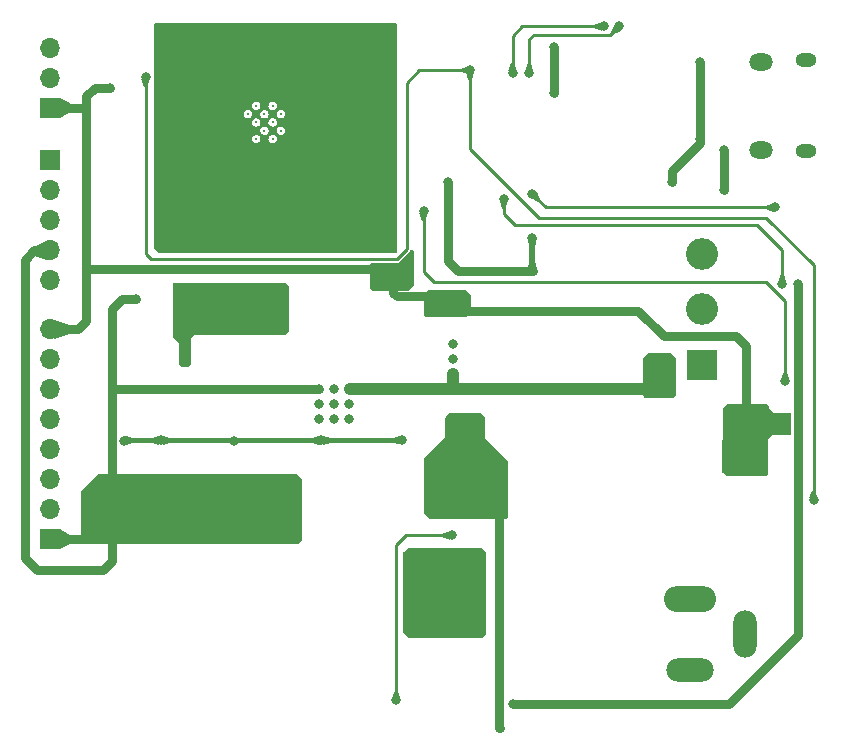
<source format=gbr>
%TF.GenerationSoftware,KiCad,Pcbnew,7.0.5*%
%TF.CreationDate,2023-07-07T19:33:34+07:00*%
%TF.ProjectId,19-6-2023_WeatherStation_QuocThang_V1,31392d36-2d32-4303-9233-5f5765617468,rev?*%
%TF.SameCoordinates,Original*%
%TF.FileFunction,Copper,L2,Bot*%
%TF.FilePolarity,Positive*%
%FSLAX46Y46*%
G04 Gerber Fmt 4.6, Leading zero omitted, Abs format (unit mm)*
G04 Created by KiCad (PCBNEW 7.0.5) date 2023-07-07 19:33:34*
%MOMM*%
%LPD*%
G01*
G04 APERTURE LIST*
%TA.AperFunction,ComponentPad*%
%ADD10R,1.700000X1.700000*%
%TD*%
%TA.AperFunction,ComponentPad*%
%ADD11O,1.700000X1.700000*%
%TD*%
%TA.AperFunction,ComponentPad*%
%ADD12R,2.500000X2.500000*%
%TD*%
%TA.AperFunction,ComponentPad*%
%ADD13O,2.700000X2.700000*%
%TD*%
%TA.AperFunction,ComponentPad*%
%ADD14C,0.300000*%
%TD*%
%TA.AperFunction,ComponentPad*%
%ADD15O,1.800000X1.150000*%
%TD*%
%TA.AperFunction,ComponentPad*%
%ADD16O,2.000000X1.450000*%
%TD*%
%TA.AperFunction,ComponentPad*%
%ADD17O,4.400000X2.200000*%
%TD*%
%TA.AperFunction,ComponentPad*%
%ADD18O,4.000000X2.000000*%
%TD*%
%TA.AperFunction,ComponentPad*%
%ADD19O,2.000000X4.000000*%
%TD*%
%TA.AperFunction,ViaPad*%
%ADD20C,0.800000*%
%TD*%
%TA.AperFunction,ViaPad*%
%ADD21C,0.400000*%
%TD*%
%TA.AperFunction,Conductor*%
%ADD22C,0.762000*%
%TD*%
%TA.AperFunction,Conductor*%
%ADD23C,0.381000*%
%TD*%
%TA.AperFunction,Conductor*%
%ADD24C,0.508000*%
%TD*%
%TA.AperFunction,Conductor*%
%ADD25C,0.254000*%
%TD*%
%TA.AperFunction,Conductor*%
%ADD26C,1.016000*%
%TD*%
G04 APERTURE END LIST*
D10*
%TO.P,J4,1,Pin_1*%
%TO.N,+5V*%
X113540000Y-90140000D03*
D11*
%TO.P,J4,2,Pin_2*%
%TO.N,GND*%
X113540000Y-87600000D03*
%TO.P,J4,3,Pin_3*%
%TO.N,SPI_RESET*%
X113540000Y-85060000D03*
%TO.P,J4,4,Pin_4*%
%TO.N,SPI_CS0*%
X113540000Y-82520000D03*
%TO.P,J4,5,Pin_5*%
%TO.N,SPI_MOSI*%
X113540000Y-79980000D03*
%TO.P,J4,6,Pin_6*%
%TO.N,SPI_RS*%
X113540000Y-77440000D03*
%TO.P,J4,7,Pin_7*%
%TO.N,SPI_SCLK*%
X113540000Y-74900000D03*
%TO.P,J4,8,Pin_8*%
%TO.N,+3.3V*%
X113540000Y-72360000D03*
%TD*%
D10*
%TO.P,J5,1,Pin_1*%
%TO.N,Phase A*%
X113550000Y-58050000D03*
D11*
%TO.P,J5,2,Pin_2*%
%TO.N,Phase B*%
X113550000Y-60590000D03*
%TO.P,J5,3,Pin_3*%
%TO.N,SW*%
X113550000Y-63130000D03*
%TO.P,J5,4,Pin_4*%
%TO.N,+5V*%
X113550000Y-65670000D03*
%TO.P,J5,5,Pin_5*%
%TO.N,GND*%
X113550000Y-68210000D03*
%TD*%
D12*
%TO.P,SW4,1,LEFT*%
%TO.N,+5V*%
X168710000Y-75355000D03*
D13*
%TO.P,SW4,2,MID*%
%TO.N,Net-(SW4-MID)*%
X168710000Y-70655000D03*
%TO.P,SW4,3,RIGHT*%
%TO.N,V_USB*%
X168710000Y-65955000D03*
%TD*%
D14*
%TO.P,U4,39_10*%
%TO.N,N/C*%
X130970000Y-53440000D03*
%TO.P,U4,39_11*%
X132370000Y-53440000D03*
%TO.P,U4,39_12*%
X130270000Y-54140000D03*
%TO.P,U4,39_13*%
X131670000Y-54140000D03*
%TO.P,U4,39_14*%
X133070000Y-54140000D03*
%TO.P,U4,39_15*%
X130970000Y-54840000D03*
%TO.P,U4,39_16*%
X132370000Y-54840000D03*
%TO.P,U4,39_17*%
X130270000Y-55540000D03*
%TO.P,U4,39_18*%
X131670000Y-55540000D03*
%TO.P,U4,39_19*%
X133070000Y-55540000D03*
%TO.P,U4,39_20*%
X130970000Y-56240000D03*
%TO.P,U4,39_21*%
X132370000Y-56240000D03*
%TD*%
D15*
%TO.P,J2,6,Shield*%
%TO.N,GND*%
X177500000Y-57290000D03*
D16*
X173700000Y-57140000D03*
X173700000Y-49690000D03*
D15*
X177500000Y-49540000D03*
%TD*%
D10*
%TO.P,J6,1,Pin_1*%
%TO.N,+3.3V*%
X113520000Y-53595000D03*
D11*
%TO.P,J6,2,Pin_2*%
%TO.N,ONE WIRE*%
X113520000Y-51055000D03*
%TO.P,J6,3,Pin_3*%
%TO.N,GND*%
X113520000Y-48515000D03*
%TD*%
D17*
%TO.P,J1,1*%
%TO.N,Net-(F1-Pad1)*%
X167700000Y-95162500D03*
D18*
%TO.P,J1,2*%
%TO.N,GND*%
X167700000Y-101162500D03*
D19*
%TO.P,J1,3*%
X172400000Y-98162500D03*
%TD*%
D20*
%TO.N,V_USB*%
X170550000Y-60525700D03*
X170550000Y-57155000D03*
%TO.N,GND*%
X147250000Y-59858000D03*
X149030000Y-83735000D03*
X128654000Y-72190000D03*
X151560000Y-87895000D03*
D21*
X147166000Y-95399000D03*
D20*
X122920000Y-81765000D03*
D21*
X145642000Y-94383000D03*
D20*
X136500000Y-81765000D03*
D21*
X148182000Y-95399000D03*
D20*
X129100000Y-81785000D03*
X149040000Y-79935000D03*
X151560000Y-85355000D03*
X119750700Y-81775000D03*
D21*
X146150000Y-95399000D03*
D20*
X168560000Y-56285000D03*
X150290000Y-87895000D03*
X174940000Y-62025000D03*
X154370000Y-64635000D03*
X154370000Y-60885000D03*
D21*
X148182000Y-93875000D03*
X147674000Y-93875000D03*
D20*
X149040000Y-82475000D03*
X127130000Y-68888000D03*
X126368000Y-70666000D03*
D21*
X145642000Y-94891000D03*
D20*
X168585300Y-49690000D03*
X143335000Y-81735000D03*
D21*
X148182000Y-94891000D03*
D20*
X129670000Y-72190000D03*
D21*
X146658000Y-94383000D03*
D20*
X122750000Y-64700000D03*
X149040000Y-81205000D03*
D21*
X147166000Y-94891000D03*
X145642000Y-93870000D03*
D20*
X147770000Y-83745000D03*
X149020000Y-86612500D03*
D21*
X145642000Y-95399000D03*
X148182000Y-94383000D03*
X147674000Y-94383000D03*
D20*
X149020000Y-87895000D03*
X147770000Y-82475000D03*
X151580000Y-106145000D03*
D21*
X147166000Y-94383000D03*
D20*
X122750000Y-47100000D03*
D21*
X146658000Y-95399000D03*
D20*
X151560000Y-86625000D03*
X166150000Y-59905000D03*
X150290000Y-86625000D03*
D21*
X146150000Y-94383000D03*
D20*
X150290000Y-85355000D03*
X147750000Y-86625000D03*
X127329024Y-69849024D03*
X146500000Y-83745000D03*
X154400000Y-67384200D03*
X129680000Y-71174000D03*
D21*
X147166000Y-93875000D03*
X147674000Y-95399000D03*
X146658000Y-93875000D03*
D20*
X126368000Y-69650000D03*
D21*
X146150000Y-94891000D03*
D20*
X147750000Y-87895000D03*
D21*
X146150000Y-93875000D03*
X147674000Y-94891000D03*
X146658000Y-94891000D03*
D20*
X128091024Y-69087024D03*
%TO.N,FLASH*%
X175510000Y-68495000D03*
X151950000Y-61350000D03*
%TO.N,EN*%
X121610000Y-51025000D03*
X178170000Y-86815000D03*
X149080000Y-50415000D03*
%TO.N,BUTTON CHECK*%
X145170000Y-62365000D03*
X175760000Y-76735000D03*
%TO.N,+3.3V*%
X141310000Y-68495000D03*
X118600000Y-51950000D03*
X173750000Y-82925000D03*
X148460000Y-70785000D03*
X147190000Y-70785000D03*
X173750000Y-84195000D03*
X172480000Y-81655000D03*
X172480000Y-84195000D03*
X173740000Y-80380000D03*
X142580000Y-67225000D03*
X145920000Y-70785000D03*
X171210000Y-82925000D03*
X145920000Y-69515000D03*
X171210000Y-79115000D03*
X148450000Y-69515000D03*
X172480000Y-80385000D03*
X171210000Y-84195000D03*
X173750000Y-79115000D03*
X142580000Y-68495000D03*
X141310000Y-67225000D03*
X173750000Y-81655000D03*
X147180000Y-69515000D03*
X171210000Y-81655000D03*
X172480000Y-82925000D03*
X171210000Y-80385000D03*
X172480000Y-79115000D03*
%TO.N,Vin*%
X176870000Y-68495000D03*
X152727500Y-104067500D03*
%TO.N,Net-(U2-EN)*%
X147517000Y-89808000D03*
X142830000Y-103765000D03*
%TO.N,Net-(U5-~{DTR})*%
X154090000Y-50615000D03*
X161700000Y-46685000D03*
%TO.N,Net-(U5-~{RTS})*%
X152700000Y-50625000D03*
X160410000Y-46705500D03*
%TO.N,+5V*%
X125500000Y-89585000D03*
X134390000Y-89585000D03*
X121290000Y-89615000D03*
X126760000Y-87075000D03*
X118750000Y-89615000D03*
X137600000Y-77425000D03*
X130580000Y-89585000D03*
X136330000Y-77425000D03*
X147620000Y-74845000D03*
X164540000Y-76305000D03*
X138880000Y-77415000D03*
X118750000Y-88320000D03*
X137600000Y-78695000D03*
X117480000Y-88320000D03*
X126770000Y-89585000D03*
X147617000Y-76108000D03*
X130570000Y-87075000D03*
X124220000Y-87075000D03*
X130570000Y-88345000D03*
X138870000Y-78695000D03*
X117480000Y-89615000D03*
X124230000Y-89585000D03*
X136330000Y-78695000D03*
X164540000Y-77565000D03*
X133120000Y-89585000D03*
X120020000Y-87050000D03*
X147620000Y-73575000D03*
X165810000Y-77575000D03*
X121290000Y-87050000D03*
X131840000Y-88345000D03*
X133110000Y-87075000D03*
X165810000Y-75035000D03*
X134380000Y-87058000D03*
X131850000Y-89585000D03*
X122960000Y-88315000D03*
X120020000Y-88320000D03*
X129130000Y-89585000D03*
X131840000Y-87075000D03*
X126760000Y-88345000D03*
X120779700Y-69750000D03*
X156180000Y-52345000D03*
X118767000Y-87058000D03*
X147617000Y-77435000D03*
X156220000Y-48495000D03*
X129120000Y-88345000D03*
X164540000Y-75035000D03*
X120020000Y-89615000D03*
X121290000Y-88320000D03*
X117480000Y-87050000D03*
X134380000Y-88345000D03*
X165810000Y-76305000D03*
X129117000Y-87058000D03*
X137600000Y-79965000D03*
X136330000Y-79965000D03*
X125490000Y-88345000D03*
X124220000Y-88345000D03*
X122967000Y-87058000D03*
X125490000Y-87075000D03*
X122960000Y-89585000D03*
X138870000Y-79965000D03*
X133110000Y-88345000D03*
%TD*%
D22*
%TO.N,V_USB*%
X170550000Y-57155000D02*
X170560000Y-57145000D01*
X170550000Y-60525700D02*
X170550000Y-57155000D01*
D23*
%TO.N,GND*%
X136500000Y-81765000D02*
X143305000Y-81765000D01*
D24*
X154370000Y-64635000D02*
X154370000Y-67354200D01*
D23*
X143305000Y-81765000D02*
X143335000Y-81735000D01*
D25*
X155510000Y-62025000D02*
X154370000Y-60885000D01*
D22*
X147250000Y-59858000D02*
X147250000Y-66545000D01*
X151560000Y-106125000D02*
X151580000Y-106145000D01*
D25*
X174940000Y-62025000D02*
X155510000Y-62025000D01*
D22*
X147250000Y-66545000D02*
X148089200Y-67384200D01*
X122750000Y-64700000D02*
X122750000Y-55550000D01*
X148089200Y-67384200D02*
X154400000Y-67384200D01*
X168570000Y-56565000D02*
X166150000Y-58985000D01*
X122750000Y-55550000D02*
X122760000Y-55540000D01*
X166150000Y-58985000D02*
X166150000Y-59905000D01*
X149020000Y-86612500D02*
X149030000Y-86602500D01*
D24*
X154370000Y-67354200D02*
X154400000Y-67384200D01*
D23*
X119750700Y-81775000D02*
X119760700Y-81765000D01*
D22*
X122750000Y-47100000D02*
X122750000Y-55550000D01*
X122760000Y-55540000D02*
X130270000Y-55540000D01*
D23*
X119760700Y-81765000D02*
X122920000Y-81765000D01*
D22*
X151560000Y-87895000D02*
X151560000Y-106125000D01*
X168570000Y-49705300D02*
X168570000Y-56565000D01*
X149030000Y-86602500D02*
X149030000Y-83735000D01*
X168585300Y-49690000D02*
X168570000Y-49705300D01*
D23*
X122920000Y-81765000D02*
X136500000Y-81765000D01*
D25*
%TO.N,FLASH*%
X152880000Y-63495000D02*
X151950000Y-62565000D01*
X175510000Y-68495000D02*
X175510000Y-65635000D01*
X175510000Y-65635000D02*
X173370000Y-63495000D01*
X151950000Y-62565000D02*
X151950000Y-61350000D01*
X173370000Y-63495000D02*
X152880000Y-63495000D01*
%TO.N,EN*%
X149080000Y-50415000D02*
X149080000Y-57055000D01*
X121610000Y-51025000D02*
X121610000Y-65945000D01*
X121610000Y-65945000D02*
X122080000Y-66415000D01*
X142860000Y-66415000D02*
X143710000Y-65565000D01*
X143710000Y-65565000D02*
X143710000Y-51505000D01*
X154920000Y-62895000D02*
X174140000Y-62895000D01*
X143710000Y-51505000D02*
X144800000Y-50415000D01*
X174140000Y-62895000D02*
X178170000Y-66925000D01*
X122080000Y-66415000D02*
X142860000Y-66415000D01*
X178170000Y-66925000D02*
X178170000Y-86815000D01*
X149080000Y-57055000D02*
X154920000Y-62895000D01*
X144800000Y-50415000D02*
X149080000Y-50415000D01*
%TO.N,BUTTON CHECK*%
X146070000Y-68385000D02*
X174150000Y-68385000D01*
X175760000Y-69995000D02*
X175760000Y-76735000D01*
X174150000Y-68385000D02*
X175760000Y-69995000D01*
X145170000Y-62365000D02*
X145170000Y-67485000D01*
X145170000Y-67485000D02*
X146070000Y-68385000D01*
D22*
%TO.N,+3.3V*%
X117295000Y-51900000D02*
X118550000Y-51900000D01*
X116567000Y-53475000D02*
X116447000Y-53595000D01*
X118550000Y-51900000D02*
X118600000Y-51950000D01*
X116447000Y-53595000D02*
X113520000Y-53595000D01*
X171210000Y-80385000D02*
X171205000Y-80380000D01*
X116567000Y-67458000D02*
X116567000Y-53475000D01*
X142580000Y-68495000D02*
X142580000Y-69255000D01*
X145890000Y-69545000D02*
X145920000Y-69515000D01*
X142580000Y-69255000D02*
X142870000Y-69545000D01*
X115865000Y-72360000D02*
X113540000Y-72360000D01*
X171630000Y-72945000D02*
X172480000Y-73795000D01*
X163340000Y-70785000D02*
X165500000Y-72945000D01*
X116567000Y-52628000D02*
X117295000Y-51900000D01*
X116567000Y-53475000D02*
X116567000Y-52628000D01*
X172480000Y-80385000D02*
X172475000Y-80380000D01*
X116800000Y-67225000D02*
X116567000Y-67458000D01*
X172485000Y-80380000D02*
X172480000Y-80385000D01*
X171215000Y-80380000D02*
X171210000Y-80385000D01*
X148460000Y-70785000D02*
X163340000Y-70785000D01*
X165500000Y-72945000D02*
X171630000Y-72945000D01*
X116567000Y-67458000D02*
X116567000Y-71658000D01*
X172480000Y-73795000D02*
X172480000Y-79115000D01*
X141310000Y-67225000D02*
X116800000Y-67225000D01*
X116567000Y-71658000D02*
X115865000Y-72360000D01*
X142870000Y-69545000D02*
X145890000Y-69545000D01*
%TO.N,Vin*%
X176870000Y-68495000D02*
X176870000Y-98245000D01*
X171047500Y-104067500D02*
X152727500Y-104067500D01*
X176870000Y-98245000D02*
X171047500Y-104067500D01*
D25*
%TO.N,Net-(U2-EN)*%
X143627000Y-89808000D02*
X147517000Y-89808000D01*
X142830000Y-103765000D02*
X142830000Y-90605000D01*
X142830000Y-90605000D02*
X143627000Y-89808000D01*
%TO.N,Net-(U5-~{DTR})*%
X161710000Y-46595000D02*
X161710000Y-46675000D01*
X160949300Y-47435700D02*
X154459300Y-47435700D01*
X154090000Y-47805000D02*
X154090000Y-50615000D01*
X154459300Y-47435700D02*
X154090000Y-47805000D01*
X161710000Y-46675000D02*
X160949300Y-47435700D01*
%TO.N,Net-(U5-~{RTS})*%
X160410000Y-46705500D02*
X160409500Y-46705000D01*
X152700000Y-47505000D02*
X152700000Y-50625000D01*
X153500000Y-46705000D02*
X152700000Y-47505000D01*
X160409500Y-46705000D02*
X153500000Y-46705000D01*
X160420000Y-46615500D02*
X160420000Y-46695500D01*
X160420000Y-46695500D02*
X160410000Y-46705500D01*
D22*
%TO.N,+5V*%
X118750000Y-88320000D02*
X118767000Y-88337000D01*
X118767000Y-77945000D02*
X118767000Y-70608000D01*
X119625000Y-69750000D02*
X120779700Y-69750000D01*
X111367000Y-66458000D02*
X112155000Y-65670000D01*
X118837000Y-77435000D02*
X118767000Y-77505000D01*
X116955000Y-90140000D02*
X118767000Y-90140000D01*
X111367000Y-91708000D02*
X111367000Y-66458000D01*
X156180000Y-48535000D02*
X156180000Y-52345000D01*
X118767000Y-70608000D02*
X119625000Y-69750000D01*
X118767000Y-87058000D02*
X118767000Y-77945000D01*
D26*
X147627000Y-77445000D02*
X164420000Y-77445000D01*
D22*
X118767000Y-92008000D02*
X118017000Y-92758000D01*
X112155000Y-65670000D02*
X113550000Y-65670000D01*
X118767000Y-89632000D02*
X118767000Y-90140000D01*
D26*
X147617000Y-77435000D02*
X147627000Y-77445000D01*
D22*
X136330000Y-77425000D02*
X136320000Y-77435000D01*
D26*
X147597000Y-77415000D02*
X138880000Y-77415000D01*
D22*
X118767000Y-88303000D02*
X118750000Y-88320000D01*
D26*
X164420000Y-77445000D02*
X164540000Y-77565000D01*
D22*
X122967000Y-88308000D02*
X122960000Y-88315000D01*
X113540000Y-90140000D02*
X116955000Y-90140000D01*
X118017000Y-92758000D02*
X112417000Y-92758000D01*
D26*
X147617000Y-76108000D02*
X147617000Y-77435000D01*
D22*
X118767000Y-88337000D02*
X118767000Y-89598000D01*
X156220000Y-48495000D02*
X156180000Y-48535000D01*
X112417000Y-92758000D02*
X111367000Y-91708000D01*
X122960000Y-89585000D02*
X122967000Y-89592000D01*
X118767000Y-90140000D02*
X118767000Y-92008000D01*
D26*
X138880000Y-77415000D02*
X138890000Y-77435000D01*
D22*
X122967000Y-89578000D02*
X122960000Y-89585000D01*
X118750000Y-89615000D02*
X118767000Y-89632000D01*
X136320000Y-77435000D02*
X118837000Y-77435000D01*
X118767000Y-87058000D02*
X118767000Y-88303000D01*
X122960000Y-88315000D02*
X122967000Y-88322000D01*
D26*
X147617000Y-77435000D02*
X147597000Y-77415000D01*
D22*
X118767000Y-89598000D02*
X118750000Y-89615000D01*
%TD*%
%TA.AperFunction,Conductor*%
%TO.N,+5V*%
G36*
X134415677Y-84594685D02*
G01*
X134436319Y-84611319D01*
X134843681Y-85018681D01*
X134877166Y-85080004D01*
X134880000Y-85106362D01*
X134880000Y-90113638D01*
X134860315Y-90180677D01*
X134843681Y-90201319D01*
X134546319Y-90498681D01*
X134484996Y-90532166D01*
X134458638Y-90535000D01*
X116681362Y-90535000D01*
X116614323Y-90515315D01*
X116593681Y-90498681D01*
X116206319Y-90111319D01*
X116172834Y-90049996D01*
X116170000Y-90023638D01*
X116170000Y-86076361D01*
X116189685Y-86009322D01*
X116206314Y-85988685D01*
X117583681Y-84611318D01*
X117645004Y-84577834D01*
X117671362Y-84575000D01*
X134348638Y-84575000D01*
X134415677Y-84594685D01*
G37*
%TD.AperFunction*%
%TD*%
%TA.AperFunction,Conductor*%
%TO.N,GND*%
G36*
X142842999Y-46419706D02*
G01*
X142888774Y-46472493D01*
X142900000Y-46524048D01*
X142900000Y-65776000D01*
X142880315Y-65843039D01*
X142827511Y-65888794D01*
X142776000Y-65900000D01*
X122751362Y-65900000D01*
X122684323Y-65880315D01*
X122663681Y-65863681D01*
X122386319Y-65586319D01*
X122352834Y-65524996D01*
X122350000Y-65498638D01*
X122350000Y-56240001D01*
X130611891Y-56240001D01*
X130614770Y-56258184D01*
X130615321Y-56262755D01*
X130615867Y-56269342D01*
X130616966Y-56273681D01*
X130618100Y-56279202D01*
X130629417Y-56350661D01*
X130637112Y-56365763D01*
X130640032Y-56373528D01*
X130640461Y-56373341D01*
X130644587Y-56382748D01*
X130648120Y-56388156D01*
X130651458Y-56393920D01*
X130680283Y-56450491D01*
X130695889Y-56466096D01*
X130701593Y-56473120D01*
X130701605Y-56473110D01*
X130708564Y-56480670D01*
X130714089Y-56484970D01*
X130719853Y-56490061D01*
X130759503Y-56529711D01*
X130759505Y-56529712D01*
X130759509Y-56529716D01*
X130783930Y-56542159D01*
X130796477Y-56550137D01*
X130800871Y-56552515D01*
X130800874Y-56552517D01*
X130807119Y-56554661D01*
X130815141Y-56558062D01*
X130859338Y-56580582D01*
X130891910Y-56585740D01*
X130910044Y-56590255D01*
X130911512Y-56590500D01*
X130912201Y-56590500D01*
X130931599Y-56592027D01*
X130969998Y-56598109D01*
X130970000Y-56598109D01*
X130970003Y-56598109D01*
X131080658Y-56580583D01*
X131080659Y-56580583D01*
X131080660Y-56580582D01*
X131080662Y-56580582D01*
X131180491Y-56529716D01*
X131259716Y-56450491D01*
X131310582Y-56350662D01*
X131313554Y-56331893D01*
X131314445Y-56327557D01*
X131314471Y-56327234D01*
X131314473Y-56327232D01*
X131314480Y-56327141D01*
X131315026Y-56322595D01*
X131328109Y-56240001D01*
X132011891Y-56240001D01*
X132014770Y-56258184D01*
X132015321Y-56262755D01*
X132015867Y-56269342D01*
X132016966Y-56273681D01*
X132018100Y-56279202D01*
X132029417Y-56350661D01*
X132037112Y-56365763D01*
X132040032Y-56373528D01*
X132040461Y-56373341D01*
X132044587Y-56382748D01*
X132048120Y-56388156D01*
X132051458Y-56393920D01*
X132080283Y-56450491D01*
X132095889Y-56466096D01*
X132101593Y-56473120D01*
X132101605Y-56473110D01*
X132108564Y-56480670D01*
X132114089Y-56484970D01*
X132119853Y-56490061D01*
X132159503Y-56529711D01*
X132159505Y-56529712D01*
X132159509Y-56529716D01*
X132183930Y-56542159D01*
X132196477Y-56550137D01*
X132200871Y-56552515D01*
X132200874Y-56552517D01*
X132207119Y-56554661D01*
X132215141Y-56558062D01*
X132259338Y-56580582D01*
X132291910Y-56585740D01*
X132310044Y-56590255D01*
X132311512Y-56590500D01*
X132312201Y-56590500D01*
X132331599Y-56592027D01*
X132369998Y-56598109D01*
X132370000Y-56598109D01*
X132370003Y-56598109D01*
X132480658Y-56580583D01*
X132480659Y-56580583D01*
X132480660Y-56580582D01*
X132480662Y-56580582D01*
X132580491Y-56529716D01*
X132659716Y-56450491D01*
X132710582Y-56350662D01*
X132713554Y-56331893D01*
X132714445Y-56327557D01*
X132714471Y-56327234D01*
X132714473Y-56327232D01*
X132714480Y-56327141D01*
X132715026Y-56322595D01*
X132728109Y-56240000D01*
X132725226Y-56221800D01*
X132724675Y-56217223D01*
X132724131Y-56210661D01*
X132724132Y-56210656D01*
X132723036Y-56206331D01*
X132721900Y-56200802D01*
X132714670Y-56155152D01*
X132710582Y-56129338D01*
X132702890Y-56114243D01*
X132699972Y-56106479D01*
X132699543Y-56106668D01*
X132695415Y-56097257D01*
X132691881Y-56091847D01*
X132688542Y-56086082D01*
X132676584Y-56062615D01*
X132659716Y-56029509D01*
X132659713Y-56029506D01*
X132659711Y-56029503D01*
X132644111Y-56013903D01*
X132638407Y-56006879D01*
X132638396Y-56006890D01*
X132631437Y-55999330D01*
X132625908Y-55995027D01*
X132620149Y-55989942D01*
X132580491Y-55950284D01*
X132556070Y-55937840D01*
X132543520Y-55929861D01*
X132539126Y-55927483D01*
X132532885Y-55925340D01*
X132524863Y-55921939D01*
X132480661Y-55899417D01*
X132448090Y-55894258D01*
X132429931Y-55889740D01*
X132428489Y-55889500D01*
X132428488Y-55889500D01*
X132427799Y-55889500D01*
X132408401Y-55887973D01*
X132370002Y-55881891D01*
X132369997Y-55881891D01*
X132259341Y-55899416D01*
X132259340Y-55899416D01*
X132159506Y-55950285D01*
X132080284Y-56029507D01*
X132029419Y-56129334D01*
X132029416Y-56129341D01*
X132026444Y-56148100D01*
X132025552Y-56152452D01*
X132025517Y-56152876D01*
X132024967Y-56157438D01*
X132011891Y-56239996D01*
X132011891Y-56240001D01*
X131328109Y-56240001D01*
X131328109Y-56240000D01*
X131325226Y-56221800D01*
X131324675Y-56217223D01*
X131324131Y-56210661D01*
X131324132Y-56210656D01*
X131323036Y-56206331D01*
X131321900Y-56200802D01*
X131314670Y-56155152D01*
X131310582Y-56129338D01*
X131302890Y-56114243D01*
X131299972Y-56106479D01*
X131299543Y-56106668D01*
X131295415Y-56097257D01*
X131291881Y-56091847D01*
X131288542Y-56086082D01*
X131276584Y-56062615D01*
X131259716Y-56029509D01*
X131259713Y-56029506D01*
X131259711Y-56029503D01*
X131244111Y-56013903D01*
X131238407Y-56006879D01*
X131238396Y-56006890D01*
X131231437Y-55999330D01*
X131225908Y-55995027D01*
X131220149Y-55989942D01*
X131180491Y-55950284D01*
X131156070Y-55937840D01*
X131143520Y-55929861D01*
X131139126Y-55927483D01*
X131132885Y-55925340D01*
X131124863Y-55921939D01*
X131080661Y-55899417D01*
X131048090Y-55894258D01*
X131029931Y-55889740D01*
X131028489Y-55889500D01*
X131028488Y-55889500D01*
X131027799Y-55889500D01*
X131008401Y-55887973D01*
X130970002Y-55881891D01*
X130969997Y-55881891D01*
X130859341Y-55899416D01*
X130859340Y-55899416D01*
X130759506Y-55950285D01*
X130680284Y-56029507D01*
X130629419Y-56129334D01*
X130629416Y-56129341D01*
X130626444Y-56148100D01*
X130625552Y-56152452D01*
X130625517Y-56152876D01*
X130624967Y-56157438D01*
X130611891Y-56239996D01*
X130611891Y-56240001D01*
X122350000Y-56240001D01*
X122350000Y-55540001D01*
X129911891Y-55540001D01*
X129914770Y-55558184D01*
X129915321Y-55562755D01*
X129915867Y-55569342D01*
X129916966Y-55573681D01*
X129918100Y-55579202D01*
X129929417Y-55650661D01*
X129937112Y-55665763D01*
X129940032Y-55673528D01*
X129940461Y-55673341D01*
X129944587Y-55682748D01*
X129948120Y-55688156D01*
X129951458Y-55693920D01*
X129980283Y-55750491D01*
X129995889Y-55766096D01*
X130001593Y-55773120D01*
X130001605Y-55773110D01*
X130008564Y-55780670D01*
X130014089Y-55784970D01*
X130019853Y-55790061D01*
X130059503Y-55829711D01*
X130059505Y-55829712D01*
X130059509Y-55829716D01*
X130083930Y-55842159D01*
X130096477Y-55850137D01*
X130100871Y-55852515D01*
X130100874Y-55852517D01*
X130107119Y-55854661D01*
X130115141Y-55858062D01*
X130159338Y-55880582D01*
X130191910Y-55885740D01*
X130210044Y-55890255D01*
X130211512Y-55890500D01*
X130212201Y-55890500D01*
X130231599Y-55892027D01*
X130269998Y-55898109D01*
X130270000Y-55898109D01*
X130270003Y-55898109D01*
X130380658Y-55880583D01*
X130380659Y-55880583D01*
X130380660Y-55880582D01*
X130380662Y-55880582D01*
X130480491Y-55829716D01*
X130559716Y-55750491D01*
X130610582Y-55650662D01*
X130613554Y-55631893D01*
X130614445Y-55627557D01*
X130614471Y-55627234D01*
X130614473Y-55627232D01*
X130614480Y-55627141D01*
X130615026Y-55622595D01*
X130628109Y-55540001D01*
X131311891Y-55540001D01*
X131314770Y-55558184D01*
X131315321Y-55562755D01*
X131315867Y-55569342D01*
X131316966Y-55573681D01*
X131318100Y-55579202D01*
X131329417Y-55650661D01*
X131337112Y-55665763D01*
X131340032Y-55673528D01*
X131340461Y-55673341D01*
X131344587Y-55682748D01*
X131348120Y-55688156D01*
X131351458Y-55693920D01*
X131380283Y-55750491D01*
X131395889Y-55766096D01*
X131401593Y-55773120D01*
X131401605Y-55773110D01*
X131408564Y-55780670D01*
X131414089Y-55784970D01*
X131419853Y-55790061D01*
X131459503Y-55829711D01*
X131459505Y-55829712D01*
X131459509Y-55829716D01*
X131483930Y-55842159D01*
X131496477Y-55850137D01*
X131500871Y-55852515D01*
X131500874Y-55852517D01*
X131507119Y-55854661D01*
X131515141Y-55858062D01*
X131559338Y-55880582D01*
X131591910Y-55885740D01*
X131610044Y-55890255D01*
X131611512Y-55890500D01*
X131612201Y-55890500D01*
X131631599Y-55892027D01*
X131669998Y-55898109D01*
X131670000Y-55898109D01*
X131670003Y-55898109D01*
X131780658Y-55880583D01*
X131780659Y-55880583D01*
X131780660Y-55880582D01*
X131780662Y-55880582D01*
X131880491Y-55829716D01*
X131959716Y-55750491D01*
X132010582Y-55650662D01*
X132013554Y-55631893D01*
X132014445Y-55627557D01*
X132014471Y-55627234D01*
X132014473Y-55627232D01*
X132014480Y-55627141D01*
X132015026Y-55622595D01*
X132028109Y-55540001D01*
X132711891Y-55540001D01*
X132714770Y-55558184D01*
X132715321Y-55562755D01*
X132715867Y-55569342D01*
X132716966Y-55573681D01*
X132718100Y-55579202D01*
X132729417Y-55650661D01*
X132737112Y-55665763D01*
X132740032Y-55673528D01*
X132740461Y-55673341D01*
X132744587Y-55682748D01*
X132748120Y-55688156D01*
X132751458Y-55693920D01*
X132780283Y-55750491D01*
X132795889Y-55766096D01*
X132801593Y-55773120D01*
X132801605Y-55773110D01*
X132808564Y-55780670D01*
X132814089Y-55784970D01*
X132819853Y-55790061D01*
X132859503Y-55829711D01*
X132859505Y-55829712D01*
X132859509Y-55829716D01*
X132883930Y-55842159D01*
X132896477Y-55850137D01*
X132900871Y-55852515D01*
X132900874Y-55852517D01*
X132907119Y-55854661D01*
X132915141Y-55858062D01*
X132959338Y-55880582D01*
X132991910Y-55885740D01*
X133010044Y-55890255D01*
X133011512Y-55890500D01*
X133012201Y-55890500D01*
X133031599Y-55892027D01*
X133069998Y-55898109D01*
X133070000Y-55898109D01*
X133070003Y-55898109D01*
X133180658Y-55880583D01*
X133180659Y-55880583D01*
X133180660Y-55880582D01*
X133180662Y-55880582D01*
X133280491Y-55829716D01*
X133359716Y-55750491D01*
X133410582Y-55650662D01*
X133413554Y-55631893D01*
X133414445Y-55627557D01*
X133414471Y-55627234D01*
X133414473Y-55627232D01*
X133414480Y-55627141D01*
X133415026Y-55622595D01*
X133428109Y-55540000D01*
X133425226Y-55521800D01*
X133424675Y-55517223D01*
X133424131Y-55510661D01*
X133424132Y-55510656D01*
X133423036Y-55506331D01*
X133421900Y-55500802D01*
X133414670Y-55455152D01*
X133410582Y-55429338D01*
X133402890Y-55414243D01*
X133399972Y-55406479D01*
X133399543Y-55406668D01*
X133395415Y-55397257D01*
X133391881Y-55391847D01*
X133388542Y-55386082D01*
X133376584Y-55362615D01*
X133359716Y-55329509D01*
X133359713Y-55329506D01*
X133359711Y-55329503D01*
X133344111Y-55313903D01*
X133338407Y-55306879D01*
X133338396Y-55306890D01*
X133331437Y-55299330D01*
X133325908Y-55295027D01*
X133320149Y-55289942D01*
X133280491Y-55250284D01*
X133256070Y-55237840D01*
X133243520Y-55229861D01*
X133239126Y-55227483D01*
X133232885Y-55225340D01*
X133224863Y-55221939D01*
X133180661Y-55199417D01*
X133148090Y-55194258D01*
X133129931Y-55189740D01*
X133128489Y-55189500D01*
X133128488Y-55189500D01*
X133127799Y-55189500D01*
X133108401Y-55187973D01*
X133070002Y-55181891D01*
X133069997Y-55181891D01*
X132959341Y-55199416D01*
X132959340Y-55199416D01*
X132859506Y-55250285D01*
X132780284Y-55329507D01*
X132729419Y-55429334D01*
X132729416Y-55429341D01*
X132726444Y-55448100D01*
X132725552Y-55452452D01*
X132725517Y-55452876D01*
X132724967Y-55457438D01*
X132711891Y-55539996D01*
X132711891Y-55540001D01*
X132028109Y-55540001D01*
X132028109Y-55540000D01*
X132025226Y-55521800D01*
X132024675Y-55517223D01*
X132024131Y-55510661D01*
X132024132Y-55510656D01*
X132023036Y-55506331D01*
X132021900Y-55500802D01*
X132014670Y-55455152D01*
X132010582Y-55429338D01*
X132002890Y-55414243D01*
X131999972Y-55406479D01*
X131999543Y-55406668D01*
X131995415Y-55397257D01*
X131991881Y-55391847D01*
X131988542Y-55386082D01*
X131976584Y-55362615D01*
X131959716Y-55329509D01*
X131959713Y-55329506D01*
X131959711Y-55329503D01*
X131944111Y-55313903D01*
X131938407Y-55306879D01*
X131938396Y-55306890D01*
X131931437Y-55299330D01*
X131925908Y-55295027D01*
X131920149Y-55289942D01*
X131880491Y-55250284D01*
X131856070Y-55237840D01*
X131843520Y-55229861D01*
X131839126Y-55227483D01*
X131832885Y-55225340D01*
X131824863Y-55221939D01*
X131780661Y-55199417D01*
X131748090Y-55194258D01*
X131729931Y-55189740D01*
X131728489Y-55189500D01*
X131728488Y-55189500D01*
X131727799Y-55189500D01*
X131708401Y-55187973D01*
X131670002Y-55181891D01*
X131669997Y-55181891D01*
X131559341Y-55199416D01*
X131559340Y-55199416D01*
X131459506Y-55250285D01*
X131380284Y-55329507D01*
X131329419Y-55429334D01*
X131329416Y-55429341D01*
X131326444Y-55448100D01*
X131325552Y-55452452D01*
X131325517Y-55452876D01*
X131324967Y-55457438D01*
X131311891Y-55539996D01*
X131311891Y-55540001D01*
X130628109Y-55540001D01*
X130628109Y-55540000D01*
X130625226Y-55521800D01*
X130624675Y-55517223D01*
X130624131Y-55510661D01*
X130624132Y-55510656D01*
X130623036Y-55506331D01*
X130621900Y-55500802D01*
X130614670Y-55455152D01*
X130610582Y-55429338D01*
X130602890Y-55414243D01*
X130599972Y-55406479D01*
X130599543Y-55406668D01*
X130595415Y-55397257D01*
X130591881Y-55391847D01*
X130588542Y-55386082D01*
X130576584Y-55362615D01*
X130559716Y-55329509D01*
X130559713Y-55329506D01*
X130559711Y-55329503D01*
X130544111Y-55313903D01*
X130538407Y-55306879D01*
X130538396Y-55306890D01*
X130531437Y-55299330D01*
X130525908Y-55295027D01*
X130520149Y-55289942D01*
X130480491Y-55250284D01*
X130456070Y-55237840D01*
X130443520Y-55229861D01*
X130439126Y-55227483D01*
X130432885Y-55225340D01*
X130424863Y-55221939D01*
X130380661Y-55199417D01*
X130348090Y-55194258D01*
X130329931Y-55189740D01*
X130328489Y-55189500D01*
X130328488Y-55189500D01*
X130327799Y-55189500D01*
X130308401Y-55187973D01*
X130270002Y-55181891D01*
X130269997Y-55181891D01*
X130159341Y-55199416D01*
X130159340Y-55199416D01*
X130059506Y-55250285D01*
X129980284Y-55329507D01*
X129929419Y-55429334D01*
X129929416Y-55429341D01*
X129926444Y-55448100D01*
X129925552Y-55452452D01*
X129925517Y-55452876D01*
X129924967Y-55457438D01*
X129911891Y-55539996D01*
X129911891Y-55540001D01*
X122350000Y-55540001D01*
X122350000Y-54840001D01*
X130611891Y-54840001D01*
X130614770Y-54858184D01*
X130615321Y-54862755D01*
X130615867Y-54869342D01*
X130616966Y-54873681D01*
X130618100Y-54879202D01*
X130629417Y-54950661D01*
X130637112Y-54965763D01*
X130640032Y-54973528D01*
X130640461Y-54973341D01*
X130644587Y-54982748D01*
X130648120Y-54988156D01*
X130651458Y-54993920D01*
X130680283Y-55050491D01*
X130695889Y-55066096D01*
X130701593Y-55073120D01*
X130701605Y-55073110D01*
X130708564Y-55080670D01*
X130714089Y-55084970D01*
X130719853Y-55090061D01*
X130759503Y-55129711D01*
X130759505Y-55129712D01*
X130759509Y-55129716D01*
X130783930Y-55142159D01*
X130796477Y-55150137D01*
X130800871Y-55152515D01*
X130800874Y-55152517D01*
X130807119Y-55154661D01*
X130815141Y-55158062D01*
X130859338Y-55180582D01*
X130891910Y-55185740D01*
X130910044Y-55190255D01*
X130911512Y-55190500D01*
X130912201Y-55190500D01*
X130931599Y-55192027D01*
X130969998Y-55198109D01*
X130970000Y-55198109D01*
X130970003Y-55198109D01*
X131080658Y-55180583D01*
X131080659Y-55180583D01*
X131080660Y-55180582D01*
X131080662Y-55180582D01*
X131180491Y-55129716D01*
X131259716Y-55050491D01*
X131310582Y-54950662D01*
X131313554Y-54931893D01*
X131314445Y-54927557D01*
X131314471Y-54927234D01*
X131314473Y-54927232D01*
X131314480Y-54927141D01*
X131315026Y-54922595D01*
X131328109Y-54840001D01*
X132011891Y-54840001D01*
X132014770Y-54858184D01*
X132015321Y-54862755D01*
X132015867Y-54869342D01*
X132016966Y-54873681D01*
X132018100Y-54879202D01*
X132029417Y-54950661D01*
X132037112Y-54965763D01*
X132040032Y-54973528D01*
X132040461Y-54973341D01*
X132044587Y-54982748D01*
X132048120Y-54988156D01*
X132051458Y-54993920D01*
X132080283Y-55050491D01*
X132095889Y-55066096D01*
X132101593Y-55073120D01*
X132101605Y-55073110D01*
X132108564Y-55080670D01*
X132114089Y-55084970D01*
X132119853Y-55090061D01*
X132159503Y-55129711D01*
X132159505Y-55129712D01*
X132159509Y-55129716D01*
X132183930Y-55142159D01*
X132196477Y-55150137D01*
X132200871Y-55152515D01*
X132200874Y-55152517D01*
X132207119Y-55154661D01*
X132215141Y-55158062D01*
X132259338Y-55180582D01*
X132291910Y-55185740D01*
X132310044Y-55190255D01*
X132311512Y-55190500D01*
X132312201Y-55190500D01*
X132331599Y-55192027D01*
X132369998Y-55198109D01*
X132370000Y-55198109D01*
X132370003Y-55198109D01*
X132480658Y-55180583D01*
X132480659Y-55180583D01*
X132480660Y-55180582D01*
X132480662Y-55180582D01*
X132580491Y-55129716D01*
X132659716Y-55050491D01*
X132710582Y-54950662D01*
X132713554Y-54931893D01*
X132714445Y-54927557D01*
X132714471Y-54927234D01*
X132714473Y-54927232D01*
X132714480Y-54927141D01*
X132715026Y-54922595D01*
X132728109Y-54840000D01*
X132725226Y-54821800D01*
X132724675Y-54817223D01*
X132724131Y-54810661D01*
X132724132Y-54810656D01*
X132723036Y-54806331D01*
X132721900Y-54800802D01*
X132714670Y-54755152D01*
X132710582Y-54729338D01*
X132702890Y-54714243D01*
X132699972Y-54706479D01*
X132699543Y-54706668D01*
X132695415Y-54697257D01*
X132691881Y-54691847D01*
X132688542Y-54686082D01*
X132676584Y-54662615D01*
X132659716Y-54629509D01*
X132659713Y-54629506D01*
X132659711Y-54629503D01*
X132644111Y-54613903D01*
X132638407Y-54606879D01*
X132638396Y-54606890D01*
X132631437Y-54599330D01*
X132625908Y-54595027D01*
X132620149Y-54589942D01*
X132580491Y-54550284D01*
X132556070Y-54537840D01*
X132543520Y-54529861D01*
X132539126Y-54527483D01*
X132532885Y-54525340D01*
X132524863Y-54521939D01*
X132480661Y-54499417D01*
X132448090Y-54494258D01*
X132429931Y-54489740D01*
X132428489Y-54489500D01*
X132428488Y-54489500D01*
X132427799Y-54489500D01*
X132408401Y-54487973D01*
X132370002Y-54481891D01*
X132369997Y-54481891D01*
X132259341Y-54499416D01*
X132259340Y-54499416D01*
X132159506Y-54550285D01*
X132080284Y-54629507D01*
X132029419Y-54729334D01*
X132029416Y-54729341D01*
X132026444Y-54748100D01*
X132025552Y-54752452D01*
X132025517Y-54752876D01*
X132024967Y-54757438D01*
X132011891Y-54839996D01*
X132011891Y-54840001D01*
X131328109Y-54840001D01*
X131328109Y-54840000D01*
X131325226Y-54821800D01*
X131324675Y-54817223D01*
X131324131Y-54810661D01*
X131324132Y-54810656D01*
X131323036Y-54806331D01*
X131321900Y-54800802D01*
X131314670Y-54755152D01*
X131310582Y-54729338D01*
X131302890Y-54714243D01*
X131299972Y-54706479D01*
X131299543Y-54706668D01*
X131295415Y-54697257D01*
X131291881Y-54691847D01*
X131288542Y-54686082D01*
X131276584Y-54662615D01*
X131259716Y-54629509D01*
X131259713Y-54629506D01*
X131259711Y-54629503D01*
X131244111Y-54613903D01*
X131238407Y-54606879D01*
X131238396Y-54606890D01*
X131231437Y-54599330D01*
X131225908Y-54595027D01*
X131220149Y-54589942D01*
X131180491Y-54550284D01*
X131156070Y-54537840D01*
X131143520Y-54529861D01*
X131139126Y-54527483D01*
X131132885Y-54525340D01*
X131124863Y-54521939D01*
X131080661Y-54499417D01*
X131048090Y-54494258D01*
X131029931Y-54489740D01*
X131028489Y-54489500D01*
X131028488Y-54489500D01*
X131027799Y-54489500D01*
X131008401Y-54487973D01*
X130970002Y-54481891D01*
X130969997Y-54481891D01*
X130859341Y-54499416D01*
X130859340Y-54499416D01*
X130759506Y-54550285D01*
X130680284Y-54629507D01*
X130629419Y-54729334D01*
X130629416Y-54729341D01*
X130626444Y-54748100D01*
X130625552Y-54752452D01*
X130625517Y-54752876D01*
X130624967Y-54757438D01*
X130611891Y-54839996D01*
X130611891Y-54840001D01*
X122350000Y-54840001D01*
X122350000Y-54140001D01*
X129911891Y-54140001D01*
X129914770Y-54158184D01*
X129915321Y-54162755D01*
X129915867Y-54169342D01*
X129916966Y-54173681D01*
X129918100Y-54179202D01*
X129929417Y-54250661D01*
X129937112Y-54265763D01*
X129940032Y-54273528D01*
X129940461Y-54273341D01*
X129944587Y-54282748D01*
X129948120Y-54288156D01*
X129951458Y-54293920D01*
X129980283Y-54350491D01*
X129995889Y-54366096D01*
X130001593Y-54373120D01*
X130001605Y-54373110D01*
X130008564Y-54380670D01*
X130014089Y-54384970D01*
X130019853Y-54390061D01*
X130059503Y-54429711D01*
X130059505Y-54429712D01*
X130059509Y-54429716D01*
X130083930Y-54442159D01*
X130096477Y-54450137D01*
X130100871Y-54452515D01*
X130100874Y-54452517D01*
X130107119Y-54454661D01*
X130115141Y-54458062D01*
X130159338Y-54480582D01*
X130191910Y-54485740D01*
X130210044Y-54490255D01*
X130211512Y-54490500D01*
X130212201Y-54490500D01*
X130231599Y-54492027D01*
X130269998Y-54498109D01*
X130270000Y-54498109D01*
X130270003Y-54498109D01*
X130380658Y-54480583D01*
X130380659Y-54480583D01*
X130380660Y-54480582D01*
X130380662Y-54480582D01*
X130480491Y-54429716D01*
X130559716Y-54350491D01*
X130610582Y-54250662D01*
X130613554Y-54231893D01*
X130614445Y-54227557D01*
X130614471Y-54227234D01*
X130614473Y-54227232D01*
X130614480Y-54227141D01*
X130615026Y-54222595D01*
X130628109Y-54140001D01*
X131311891Y-54140001D01*
X131314770Y-54158184D01*
X131315321Y-54162755D01*
X131315867Y-54169342D01*
X131316966Y-54173681D01*
X131318100Y-54179202D01*
X131329417Y-54250661D01*
X131337112Y-54265763D01*
X131340032Y-54273528D01*
X131340461Y-54273341D01*
X131344587Y-54282748D01*
X131348120Y-54288156D01*
X131351458Y-54293920D01*
X131380283Y-54350491D01*
X131395889Y-54366096D01*
X131401593Y-54373120D01*
X131401605Y-54373110D01*
X131408564Y-54380670D01*
X131414089Y-54384970D01*
X131419853Y-54390061D01*
X131459503Y-54429711D01*
X131459505Y-54429712D01*
X131459509Y-54429716D01*
X131483930Y-54442159D01*
X131496477Y-54450137D01*
X131500871Y-54452515D01*
X131500874Y-54452517D01*
X131507119Y-54454661D01*
X131515141Y-54458062D01*
X131559338Y-54480582D01*
X131591910Y-54485740D01*
X131610044Y-54490255D01*
X131611512Y-54490500D01*
X131612201Y-54490500D01*
X131631599Y-54492027D01*
X131669998Y-54498109D01*
X131670000Y-54498109D01*
X131670003Y-54498109D01*
X131780658Y-54480583D01*
X131780659Y-54480583D01*
X131780660Y-54480582D01*
X131780662Y-54480582D01*
X131880491Y-54429716D01*
X131959716Y-54350491D01*
X132010582Y-54250662D01*
X132013554Y-54231893D01*
X132014445Y-54227557D01*
X132014471Y-54227234D01*
X132014473Y-54227232D01*
X132014480Y-54227141D01*
X132015026Y-54222595D01*
X132028109Y-54140001D01*
X132711891Y-54140001D01*
X132714770Y-54158184D01*
X132715321Y-54162755D01*
X132715867Y-54169342D01*
X132716966Y-54173681D01*
X132718100Y-54179202D01*
X132729417Y-54250661D01*
X132737112Y-54265763D01*
X132740032Y-54273528D01*
X132740461Y-54273341D01*
X132744587Y-54282748D01*
X132748120Y-54288156D01*
X132751458Y-54293920D01*
X132780283Y-54350491D01*
X132795889Y-54366096D01*
X132801593Y-54373120D01*
X132801605Y-54373110D01*
X132808564Y-54380670D01*
X132814089Y-54384970D01*
X132819853Y-54390061D01*
X132859503Y-54429711D01*
X132859505Y-54429712D01*
X132859509Y-54429716D01*
X132883930Y-54442159D01*
X132896477Y-54450137D01*
X132900871Y-54452515D01*
X132900874Y-54452517D01*
X132907119Y-54454661D01*
X132915141Y-54458062D01*
X132959338Y-54480582D01*
X132991910Y-54485740D01*
X133010044Y-54490255D01*
X133011512Y-54490500D01*
X133012201Y-54490500D01*
X133031599Y-54492027D01*
X133069998Y-54498109D01*
X133070000Y-54498109D01*
X133070003Y-54498109D01*
X133180658Y-54480583D01*
X133180659Y-54480583D01*
X133180660Y-54480582D01*
X133180662Y-54480582D01*
X133280491Y-54429716D01*
X133359716Y-54350491D01*
X133410582Y-54250662D01*
X133413554Y-54231893D01*
X133414445Y-54227557D01*
X133414471Y-54227234D01*
X133414473Y-54227232D01*
X133414480Y-54227141D01*
X133415026Y-54222595D01*
X133428109Y-54140000D01*
X133425226Y-54121800D01*
X133424675Y-54117223D01*
X133424131Y-54110661D01*
X133424132Y-54110656D01*
X133423036Y-54106331D01*
X133421900Y-54100802D01*
X133414670Y-54055152D01*
X133410582Y-54029338D01*
X133402890Y-54014243D01*
X133399972Y-54006479D01*
X133399543Y-54006668D01*
X133395415Y-53997257D01*
X133391881Y-53991847D01*
X133388542Y-53986082D01*
X133376584Y-53962615D01*
X133359716Y-53929509D01*
X133359713Y-53929506D01*
X133359711Y-53929503D01*
X133344111Y-53913903D01*
X133338407Y-53906879D01*
X133338396Y-53906890D01*
X133331437Y-53899330D01*
X133325908Y-53895027D01*
X133320149Y-53889942D01*
X133280491Y-53850284D01*
X133256070Y-53837840D01*
X133243520Y-53829861D01*
X133239126Y-53827483D01*
X133232885Y-53825340D01*
X133224863Y-53821939D01*
X133180661Y-53799417D01*
X133148090Y-53794258D01*
X133129931Y-53789740D01*
X133128489Y-53789500D01*
X133128488Y-53789500D01*
X133127799Y-53789500D01*
X133108401Y-53787973D01*
X133070002Y-53781891D01*
X133069997Y-53781891D01*
X132959341Y-53799416D01*
X132959340Y-53799416D01*
X132859506Y-53850285D01*
X132780284Y-53929507D01*
X132729419Y-54029334D01*
X132729416Y-54029341D01*
X132726444Y-54048100D01*
X132725552Y-54052452D01*
X132725517Y-54052876D01*
X132724967Y-54057438D01*
X132711891Y-54139996D01*
X132711891Y-54140001D01*
X132028109Y-54140001D01*
X132028109Y-54140000D01*
X132025226Y-54121800D01*
X132024675Y-54117223D01*
X132024131Y-54110661D01*
X132024132Y-54110656D01*
X132023036Y-54106331D01*
X132021900Y-54100802D01*
X132014670Y-54055152D01*
X132010582Y-54029338D01*
X132002890Y-54014243D01*
X131999972Y-54006479D01*
X131999543Y-54006668D01*
X131995415Y-53997257D01*
X131991881Y-53991847D01*
X131988542Y-53986082D01*
X131976584Y-53962615D01*
X131959716Y-53929509D01*
X131959713Y-53929506D01*
X131959711Y-53929503D01*
X131944111Y-53913903D01*
X131938407Y-53906879D01*
X131938396Y-53906890D01*
X131931437Y-53899330D01*
X131925908Y-53895027D01*
X131920149Y-53889942D01*
X131880491Y-53850284D01*
X131856070Y-53837840D01*
X131843520Y-53829861D01*
X131839126Y-53827483D01*
X131832885Y-53825340D01*
X131824863Y-53821939D01*
X131780661Y-53799417D01*
X131748090Y-53794258D01*
X131729931Y-53789740D01*
X131728489Y-53789500D01*
X131728488Y-53789500D01*
X131727799Y-53789500D01*
X131708401Y-53787973D01*
X131670002Y-53781891D01*
X131669997Y-53781891D01*
X131559341Y-53799416D01*
X131559340Y-53799416D01*
X131459506Y-53850285D01*
X131380284Y-53929507D01*
X131329419Y-54029334D01*
X131329416Y-54029341D01*
X131326444Y-54048100D01*
X131325552Y-54052452D01*
X131325517Y-54052876D01*
X131324967Y-54057438D01*
X131311891Y-54139996D01*
X131311891Y-54140001D01*
X130628109Y-54140001D01*
X130628109Y-54140000D01*
X130625226Y-54121800D01*
X130624675Y-54117223D01*
X130624131Y-54110661D01*
X130624132Y-54110656D01*
X130623036Y-54106331D01*
X130621900Y-54100802D01*
X130614670Y-54055152D01*
X130610582Y-54029338D01*
X130602890Y-54014243D01*
X130599972Y-54006479D01*
X130599543Y-54006668D01*
X130595415Y-53997257D01*
X130591881Y-53991847D01*
X130588542Y-53986082D01*
X130576584Y-53962615D01*
X130559716Y-53929509D01*
X130559713Y-53929506D01*
X130559711Y-53929503D01*
X130544111Y-53913903D01*
X130538407Y-53906879D01*
X130538396Y-53906890D01*
X130531437Y-53899330D01*
X130525908Y-53895027D01*
X130520149Y-53889942D01*
X130480491Y-53850284D01*
X130456070Y-53837840D01*
X130443520Y-53829861D01*
X130439126Y-53827483D01*
X130432885Y-53825340D01*
X130424863Y-53821939D01*
X130380661Y-53799417D01*
X130348090Y-53794258D01*
X130329931Y-53789740D01*
X130328489Y-53789500D01*
X130328488Y-53789500D01*
X130327799Y-53789500D01*
X130308401Y-53787973D01*
X130270002Y-53781891D01*
X130269997Y-53781891D01*
X130159341Y-53799416D01*
X130159340Y-53799416D01*
X130059506Y-53850285D01*
X129980284Y-53929507D01*
X129929419Y-54029334D01*
X129929416Y-54029341D01*
X129926444Y-54048100D01*
X129925552Y-54052452D01*
X129925517Y-54052876D01*
X129924967Y-54057438D01*
X129911891Y-54139996D01*
X129911891Y-54140001D01*
X122350000Y-54140001D01*
X122350000Y-53440001D01*
X130611891Y-53440001D01*
X130614770Y-53458184D01*
X130615321Y-53462755D01*
X130615867Y-53469342D01*
X130616966Y-53473681D01*
X130618100Y-53479202D01*
X130629417Y-53550661D01*
X130637112Y-53565763D01*
X130640032Y-53573528D01*
X130640461Y-53573341D01*
X130644587Y-53582748D01*
X130648120Y-53588156D01*
X130651458Y-53593920D01*
X130680283Y-53650491D01*
X130695889Y-53666096D01*
X130701593Y-53673120D01*
X130701605Y-53673110D01*
X130708564Y-53680670D01*
X130714089Y-53684970D01*
X130719853Y-53690061D01*
X130759503Y-53729711D01*
X130759505Y-53729712D01*
X130759509Y-53729716D01*
X130783930Y-53742159D01*
X130796477Y-53750137D01*
X130800871Y-53752515D01*
X130800874Y-53752517D01*
X130807119Y-53754661D01*
X130815141Y-53758062D01*
X130859338Y-53780582D01*
X130891910Y-53785740D01*
X130910044Y-53790255D01*
X130911512Y-53790500D01*
X130912201Y-53790500D01*
X130931599Y-53792027D01*
X130969998Y-53798109D01*
X130970000Y-53798109D01*
X130970003Y-53798109D01*
X131080658Y-53780583D01*
X131080659Y-53780583D01*
X131080660Y-53780582D01*
X131080662Y-53780582D01*
X131180491Y-53729716D01*
X131259716Y-53650491D01*
X131310582Y-53550662D01*
X131313554Y-53531893D01*
X131314445Y-53527557D01*
X131314471Y-53527234D01*
X131314473Y-53527232D01*
X131314480Y-53527141D01*
X131315026Y-53522595D01*
X131328109Y-53440001D01*
X132011891Y-53440001D01*
X132014770Y-53458184D01*
X132015321Y-53462755D01*
X132015867Y-53469342D01*
X132016966Y-53473681D01*
X132018100Y-53479202D01*
X132029417Y-53550661D01*
X132037112Y-53565763D01*
X132040032Y-53573528D01*
X132040461Y-53573341D01*
X132044587Y-53582748D01*
X132048120Y-53588156D01*
X132051458Y-53593920D01*
X132080283Y-53650491D01*
X132095889Y-53666096D01*
X132101593Y-53673120D01*
X132101605Y-53673110D01*
X132108564Y-53680670D01*
X132114089Y-53684970D01*
X132119853Y-53690061D01*
X132159503Y-53729711D01*
X132159505Y-53729712D01*
X132159509Y-53729716D01*
X132183930Y-53742159D01*
X132196477Y-53750137D01*
X132200871Y-53752515D01*
X132200874Y-53752517D01*
X132207119Y-53754661D01*
X132215141Y-53758062D01*
X132259338Y-53780582D01*
X132291910Y-53785740D01*
X132310044Y-53790255D01*
X132311512Y-53790500D01*
X132312201Y-53790500D01*
X132331599Y-53792027D01*
X132369998Y-53798109D01*
X132370000Y-53798109D01*
X132370003Y-53798109D01*
X132480658Y-53780583D01*
X132480659Y-53780583D01*
X132480660Y-53780582D01*
X132480662Y-53780582D01*
X132580491Y-53729716D01*
X132659716Y-53650491D01*
X132710582Y-53550662D01*
X132713554Y-53531893D01*
X132714445Y-53527557D01*
X132714471Y-53527234D01*
X132714473Y-53527232D01*
X132714480Y-53527141D01*
X132715026Y-53522595D01*
X132728109Y-53440000D01*
X132725226Y-53421800D01*
X132724675Y-53417223D01*
X132724131Y-53410661D01*
X132724132Y-53410656D01*
X132723036Y-53406331D01*
X132721900Y-53400802D01*
X132714670Y-53355152D01*
X132710582Y-53329338D01*
X132702890Y-53314243D01*
X132699972Y-53306479D01*
X132699543Y-53306668D01*
X132695415Y-53297257D01*
X132691881Y-53291847D01*
X132688542Y-53286082D01*
X132676584Y-53262615D01*
X132659716Y-53229509D01*
X132659713Y-53229506D01*
X132659711Y-53229503D01*
X132644111Y-53213903D01*
X132638407Y-53206879D01*
X132638396Y-53206890D01*
X132631437Y-53199330D01*
X132625908Y-53195027D01*
X132620149Y-53189942D01*
X132580491Y-53150284D01*
X132556070Y-53137840D01*
X132543520Y-53129861D01*
X132539126Y-53127483D01*
X132532885Y-53125340D01*
X132524863Y-53121939D01*
X132480661Y-53099417D01*
X132448090Y-53094258D01*
X132429931Y-53089740D01*
X132428489Y-53089500D01*
X132428488Y-53089500D01*
X132427799Y-53089500D01*
X132408401Y-53087973D01*
X132370002Y-53081891D01*
X132369997Y-53081891D01*
X132259341Y-53099416D01*
X132259340Y-53099416D01*
X132159506Y-53150285D01*
X132080284Y-53229507D01*
X132029419Y-53329334D01*
X132029416Y-53329341D01*
X132026444Y-53348100D01*
X132025552Y-53352452D01*
X132025517Y-53352876D01*
X132024967Y-53357438D01*
X132011891Y-53439996D01*
X132011891Y-53440001D01*
X131328109Y-53440001D01*
X131328109Y-53440000D01*
X131325226Y-53421800D01*
X131324675Y-53417223D01*
X131324131Y-53410661D01*
X131324132Y-53410656D01*
X131323036Y-53406331D01*
X131321900Y-53400802D01*
X131314670Y-53355152D01*
X131310582Y-53329338D01*
X131302890Y-53314243D01*
X131299972Y-53306479D01*
X131299543Y-53306668D01*
X131295415Y-53297257D01*
X131291881Y-53291847D01*
X131288542Y-53286082D01*
X131276584Y-53262615D01*
X131259716Y-53229509D01*
X131259713Y-53229506D01*
X131259711Y-53229503D01*
X131244111Y-53213903D01*
X131238407Y-53206879D01*
X131238396Y-53206890D01*
X131231437Y-53199330D01*
X131225908Y-53195027D01*
X131220149Y-53189942D01*
X131180491Y-53150284D01*
X131156070Y-53137840D01*
X131143520Y-53129861D01*
X131139126Y-53127483D01*
X131132885Y-53125340D01*
X131124863Y-53121939D01*
X131080661Y-53099417D01*
X131048090Y-53094258D01*
X131029931Y-53089740D01*
X131028489Y-53089500D01*
X131028488Y-53089500D01*
X131027799Y-53089500D01*
X131008401Y-53087973D01*
X130970002Y-53081891D01*
X130969997Y-53081891D01*
X130859341Y-53099416D01*
X130859340Y-53099416D01*
X130759506Y-53150285D01*
X130680284Y-53229507D01*
X130629419Y-53329334D01*
X130629416Y-53329341D01*
X130626444Y-53348100D01*
X130625552Y-53352452D01*
X130625517Y-53352876D01*
X130624967Y-53357438D01*
X130611891Y-53439996D01*
X130611891Y-53440001D01*
X122350000Y-53440001D01*
X122350000Y-46531951D01*
X122369685Y-46464912D01*
X122422489Y-46419157D01*
X122473948Y-46407951D01*
X142775952Y-46400048D01*
X142842999Y-46419706D01*
G37*
%TD.AperFunction*%
%TD*%
%TA.AperFunction,Conductor*%
%TO.N,GND*%
G36*
X150005677Y-90864685D02*
G01*
X150026319Y-90881319D01*
X150393681Y-91248681D01*
X150427166Y-91310004D01*
X150430000Y-91336362D01*
X150430000Y-98053638D01*
X150410315Y-98120677D01*
X150393681Y-98141319D01*
X150076319Y-98458681D01*
X150014996Y-98492166D01*
X149988638Y-98495000D01*
X143891362Y-98495000D01*
X143824323Y-98475315D01*
X143803681Y-98458681D01*
X143456319Y-98111319D01*
X143422834Y-98049996D01*
X143420000Y-98023638D01*
X143420000Y-91306361D01*
X143439685Y-91239322D01*
X143456314Y-91218685D01*
X143793681Y-90881319D01*
X143855004Y-90847834D01*
X143881362Y-90845000D01*
X149938638Y-90845000D01*
X150005677Y-90864685D01*
G37*
%TD.AperFunction*%
%TD*%
%TA.AperFunction,Conductor*%
%TO.N,+3.3V*%
G36*
X174165677Y-78674685D02*
G01*
X174186319Y-78691319D01*
X174393681Y-78898681D01*
X174427166Y-78960004D01*
X174430000Y-78986362D01*
X174430000Y-79075000D01*
X174780000Y-79425000D01*
X176161300Y-79425000D01*
X176228339Y-79444685D01*
X176274094Y-79497489D01*
X176285300Y-79549000D01*
X176285300Y-81191000D01*
X176265615Y-81258039D01*
X176212811Y-81303794D01*
X176161300Y-81315000D01*
X174858807Y-81315000D01*
X174811354Y-81305561D01*
X174810000Y-81305000D01*
X174660000Y-81305000D01*
X174659999Y-81305000D01*
X174350000Y-81614999D01*
X174350000Y-84593638D01*
X174330315Y-84660677D01*
X174313681Y-84681319D01*
X174266319Y-84728681D01*
X174204996Y-84762166D01*
X174178638Y-84765000D01*
X170811362Y-84765000D01*
X170744323Y-84745315D01*
X170723681Y-84728681D01*
X170486829Y-84491829D01*
X170453344Y-84430506D01*
X170450510Y-84403936D01*
X170459719Y-79106422D01*
X170479520Y-79039421D01*
X170496033Y-79018966D01*
X170823681Y-78691319D01*
X170885004Y-78657834D01*
X170911362Y-78655000D01*
X174098638Y-78655000D01*
X174165677Y-78674685D01*
G37*
%TD.AperFunction*%
%TD*%
%TA.AperFunction,Conductor*%
%TO.N,+3.3V*%
G36*
X148755677Y-69014685D02*
G01*
X148776319Y-69031319D01*
X149093681Y-69348681D01*
X149127166Y-69410004D01*
X149130000Y-69436362D01*
X149130000Y-70923637D01*
X149110315Y-70990676D01*
X149093681Y-71011318D01*
X148816319Y-71288681D01*
X148754996Y-71322166D01*
X148728638Y-71325000D01*
X145431362Y-71325000D01*
X145364323Y-71305315D01*
X145343681Y-71288681D01*
X145186319Y-71131319D01*
X145152834Y-71069996D01*
X145150000Y-71043638D01*
X145150000Y-69486362D01*
X145169685Y-69419323D01*
X145186319Y-69398681D01*
X145553681Y-69031319D01*
X145615004Y-68997834D01*
X145641362Y-68995000D01*
X148688638Y-68995000D01*
X148755677Y-69014685D01*
G37*
%TD.AperFunction*%
%TD*%
%TA.AperFunction,Conductor*%
%TO.N,+5V*%
G36*
X166095677Y-74374685D02*
G01*
X166116319Y-74391319D01*
X166453681Y-74728681D01*
X166487166Y-74790004D01*
X166490000Y-74816362D01*
X166490000Y-77933638D01*
X166470315Y-78000677D01*
X166453681Y-78021319D01*
X166296319Y-78178681D01*
X166234996Y-78212166D01*
X166208638Y-78215000D01*
X164001362Y-78215000D01*
X163934323Y-78195315D01*
X163913681Y-78178681D01*
X163806319Y-78071319D01*
X163772834Y-78009996D01*
X163770000Y-77983638D01*
X163770000Y-74786362D01*
X163789685Y-74719323D01*
X163806319Y-74698681D01*
X164113681Y-74391319D01*
X164175004Y-74357834D01*
X164201362Y-74355000D01*
X166028638Y-74355000D01*
X166095677Y-74374685D01*
G37*
%TD.AperFunction*%
%TD*%
%TA.AperFunction,Conductor*%
%TO.N,GND*%
G36*
X149955677Y-79424685D02*
G01*
X149976319Y-79441319D01*
X150283681Y-79748681D01*
X150317166Y-79810004D01*
X150320000Y-79836361D01*
X150320000Y-81575000D01*
X152090000Y-83345000D01*
X152090001Y-83345000D01*
X152101355Y-83349703D01*
X152141579Y-83376579D01*
X152243683Y-83478683D01*
X152277166Y-83540002D01*
X152280000Y-83566361D01*
X152280000Y-88213637D01*
X152260315Y-88280676D01*
X152243682Y-88301317D01*
X152176317Y-88368682D01*
X152114997Y-88402166D01*
X152088638Y-88405000D01*
X145691362Y-88405000D01*
X145624323Y-88385315D01*
X145603681Y-88368681D01*
X145216319Y-87981319D01*
X145182834Y-87919996D01*
X145180000Y-87893638D01*
X145180000Y-83376362D01*
X145199685Y-83309323D01*
X145216319Y-83288681D01*
X146990000Y-81515000D01*
X146990000Y-79846362D01*
X147009685Y-79779323D01*
X147026319Y-79758681D01*
X147343681Y-79441319D01*
X147405004Y-79407834D01*
X147431362Y-79405000D01*
X149888638Y-79405000D01*
X149955677Y-79424685D01*
G37*
%TD.AperFunction*%
%TD*%
%TA.AperFunction,Conductor*%
%TO.N,GND*%
G36*
X133515677Y-68439685D02*
G01*
X133536319Y-68456319D01*
X133733681Y-68653681D01*
X133767166Y-68715004D01*
X133770000Y-68741362D01*
X133770000Y-72428637D01*
X133750315Y-72495676D01*
X133733681Y-72516318D01*
X133476319Y-72773681D01*
X133414996Y-72807166D01*
X133388638Y-72810000D01*
X125739999Y-72810000D01*
X125490000Y-73059999D01*
X125490000Y-75248638D01*
X125470315Y-75315677D01*
X125453681Y-75336319D01*
X125276319Y-75513681D01*
X125214996Y-75547166D01*
X125188638Y-75550000D01*
X124761362Y-75550000D01*
X124694323Y-75530315D01*
X124673681Y-75513681D01*
X124446319Y-75286319D01*
X124412834Y-75224996D01*
X124410000Y-75198638D01*
X124410000Y-73490000D01*
X123956319Y-73036319D01*
X123922834Y-72974996D01*
X123920000Y-72948638D01*
X123920000Y-68544000D01*
X123939685Y-68476961D01*
X123992489Y-68431206D01*
X124044000Y-68420000D01*
X133448638Y-68420000D01*
X133515677Y-68439685D01*
G37*
%TD.AperFunction*%
%TD*%
%TA.AperFunction,Conductor*%
%TO.N,+3.3V*%
G36*
X144203251Y-65605753D02*
G01*
X144232375Y-65627375D01*
X144323681Y-65718681D01*
X144357166Y-65780004D01*
X144360000Y-65806362D01*
X144360000Y-68523638D01*
X144340315Y-68590677D01*
X144323681Y-68611319D01*
X143846319Y-69088681D01*
X143784996Y-69122166D01*
X143758638Y-69125000D01*
X140931362Y-69125000D01*
X140864323Y-69105315D01*
X140843681Y-69088681D01*
X140676319Y-68921319D01*
X140642834Y-68859996D01*
X140640000Y-68833638D01*
X140640000Y-66869700D01*
X140659685Y-66802661D01*
X140712489Y-66756906D01*
X140764000Y-66745700D01*
X142842851Y-66745700D01*
X142848252Y-66745935D01*
X142889267Y-66749524D01*
X142929037Y-66738866D01*
X142934297Y-66737700D01*
X142974851Y-66730551D01*
X142974855Y-66730548D01*
X142979248Y-66728950D01*
X142997662Y-66721322D01*
X143001910Y-66719341D01*
X143001916Y-66719340D01*
X143035642Y-66695723D01*
X143040190Y-66692825D01*
X143075849Y-66672239D01*
X143102329Y-66640680D01*
X143105947Y-66636731D01*
X143931725Y-65810954D01*
X143935697Y-65807314D01*
X143967239Y-65780849D01*
X143987831Y-65745179D01*
X143990707Y-65740666D01*
X144014341Y-65706916D01*
X144014341Y-65706913D01*
X144016307Y-65702700D01*
X144023940Y-65684272D01*
X144025545Y-65679859D01*
X144025551Y-65679851D01*
X144025552Y-65679840D01*
X144028170Y-65672650D01*
X144069594Y-65616385D01*
X144134862Y-65591446D01*
X144203251Y-65605753D01*
G37*
%TD.AperFunction*%
%TD*%
%TA.AperFunction,Conductor*%
%TO.N,GND*%
G36*
X137291422Y-81572125D02*
G01*
X137298480Y-81577634D01*
X137300000Y-81583401D01*
X137300000Y-81946598D01*
X137296573Y-81954871D01*
X137291421Y-81957874D01*
X136663020Y-82131798D01*
X136654132Y-82130702D01*
X136649101Y-82125025D01*
X136500875Y-81769499D01*
X136500855Y-81760550D01*
X136649101Y-81404973D01*
X136655447Y-81398657D01*
X136663020Y-81398201D01*
X137291422Y-81572125D01*
G37*
%TD.AperFunction*%
%TD*%
%TA.AperFunction,Conductor*%
%TO.N,GND*%
G36*
X143180584Y-81369489D02*
G01*
X143186083Y-81375418D01*
X143334123Y-81730497D01*
X143334144Y-81739451D01*
X143334123Y-81739501D01*
X143185735Y-82095416D01*
X143179388Y-82101734D01*
X143172286Y-82102310D01*
X142550017Y-81957604D01*
X142542735Y-81952392D01*
X142540967Y-81946208D01*
X142540967Y-81582990D01*
X142544394Y-81574717D01*
X142549038Y-81571867D01*
X143171658Y-81368797D01*
X143180584Y-81369489D01*
G37*
%TD.AperFunction*%
%TD*%
%TA.AperFunction,Conductor*%
%TO.N,GND*%
G36*
X154756006Y-64634965D02*
G01*
X154764271Y-64638413D01*
X154767677Y-64646694D01*
X154767487Y-64648766D01*
X154625752Y-65425401D01*
X154620895Y-65432924D01*
X154614242Y-65435000D01*
X154125758Y-65435000D01*
X154117485Y-65431573D01*
X154114248Y-65425401D01*
X153972512Y-64648766D01*
X153974398Y-64640012D01*
X153981921Y-64635155D01*
X153983992Y-64634965D01*
X154370000Y-64634000D01*
X154756006Y-64634965D01*
G37*
%TD.AperFunction*%
%TD*%
%TA.AperFunction,Conductor*%
%TO.N,GND*%
G36*
X154622932Y-66593594D02*
G01*
X154626069Y-66599276D01*
X154767371Y-67221526D01*
X154765861Y-67230353D01*
X154760463Y-67234916D01*
X154402175Y-67384293D01*
X154397644Y-67385194D01*
X154013499Y-67384233D01*
X154005234Y-67380785D01*
X154001828Y-67372504D01*
X154001951Y-67370842D01*
X154114538Y-66600176D01*
X154119125Y-66592485D01*
X154126115Y-66590167D01*
X154614659Y-66590167D01*
X154622932Y-66593594D01*
G37*
%TD.AperFunction*%
%TD*%
%TA.AperFunction,Conductor*%
%TO.N,GND*%
G36*
X154738072Y-60736241D02*
G01*
X154744221Y-60742198D01*
X155022132Y-61353501D01*
X155022436Y-61362450D01*
X155019754Y-61366616D01*
X154851616Y-61534754D01*
X154843343Y-61538181D01*
X154838501Y-61537132D01*
X154227198Y-61259221D01*
X154221085Y-61252677D01*
X154221219Y-61244119D01*
X154367437Y-60888802D01*
X154373753Y-60882457D01*
X154729119Y-60736220D01*
X154738072Y-60736241D01*
G37*
%TD.AperFunction*%
%TD*%
%TA.AperFunction,Conductor*%
%TO.N,GND*%
G36*
X174785311Y-61659712D02*
G01*
X174791268Y-61665861D01*
X174939123Y-62020498D01*
X174939144Y-62029452D01*
X174939123Y-62029502D01*
X174791268Y-62384138D01*
X174784921Y-62390456D01*
X174776362Y-62390591D01*
X174147593Y-62154846D01*
X174141049Y-62148733D01*
X174140000Y-62143891D01*
X174140000Y-61906108D01*
X174143427Y-61897835D01*
X174147593Y-61895153D01*
X174776364Y-61659408D01*
X174785311Y-61659712D01*
G37*
%TD.AperFunction*%
%TD*%
%TA.AperFunction,Conductor*%
%TO.N,GND*%
G36*
X122765867Y-81399297D02*
G01*
X122770899Y-81404975D01*
X122919123Y-81760498D01*
X122919144Y-81769452D01*
X122919123Y-81769502D01*
X122770899Y-82125024D01*
X122764552Y-82131342D01*
X122756979Y-82131798D01*
X122128579Y-81957874D01*
X122121520Y-81952365D01*
X122120000Y-81946598D01*
X122120000Y-81583401D01*
X122123427Y-81575128D01*
X122128577Y-81572126D01*
X122756979Y-81398201D01*
X122765867Y-81399297D01*
G37*
%TD.AperFunction*%
%TD*%
%TA.AperFunction,Conductor*%
%TO.N,GND*%
G36*
X120539979Y-81572211D02*
G01*
X120547111Y-81577623D01*
X120548711Y-81583528D01*
X120548711Y-81946736D01*
X120545284Y-81955009D01*
X120540302Y-81957964D01*
X119913829Y-82141604D01*
X119904926Y-82140642D01*
X119899740Y-82134879D01*
X119751575Y-81779499D01*
X119751555Y-81770550D01*
X119899855Y-81414844D01*
X119906202Y-81408527D01*
X119913619Y-81408029D01*
X120539979Y-81572211D01*
G37*
%TD.AperFunction*%
%TD*%
%TA.AperFunction,Conductor*%
%TO.N,GND*%
G36*
X123711422Y-81572125D02*
G01*
X123718480Y-81577634D01*
X123720000Y-81583401D01*
X123720000Y-81946598D01*
X123716573Y-81954871D01*
X123711421Y-81957874D01*
X123083020Y-82131798D01*
X123074132Y-82130702D01*
X123069101Y-82125025D01*
X122920875Y-81769499D01*
X122920855Y-81760550D01*
X123069101Y-81404973D01*
X123075447Y-81398657D01*
X123083020Y-81398201D01*
X123711422Y-81572125D01*
G37*
%TD.AperFunction*%
%TD*%
%TA.AperFunction,Conductor*%
%TO.N,GND*%
G36*
X136345867Y-81399297D02*
G01*
X136350899Y-81404975D01*
X136499123Y-81760498D01*
X136499144Y-81769452D01*
X136499123Y-81769502D01*
X136350899Y-82125024D01*
X136344552Y-82131342D01*
X136336979Y-82131798D01*
X135708579Y-81957874D01*
X135701520Y-81952365D01*
X135700000Y-81946598D01*
X135700000Y-81583401D01*
X135703427Y-81575128D01*
X135708577Y-81572126D01*
X136336979Y-81398201D01*
X136345867Y-81399297D01*
G37*
%TD.AperFunction*%
%TD*%
%TA.AperFunction,Conductor*%
%TO.N,FLASH*%
G36*
X175637165Y-67698427D02*
G01*
X175639847Y-67702593D01*
X175875591Y-68331362D01*
X175875287Y-68340311D01*
X175869138Y-68346268D01*
X175514502Y-68494123D01*
X175505548Y-68494144D01*
X175505498Y-68494123D01*
X175150861Y-68346268D01*
X175144543Y-68339921D01*
X175144408Y-68331364D01*
X175380153Y-67702592D01*
X175386266Y-67696049D01*
X175391108Y-67695000D01*
X175628892Y-67695000D01*
X175637165Y-67698427D01*
G37*
%TD.AperFunction*%
%TD*%
%TA.AperFunction,Conductor*%
%TO.N,FLASH*%
G36*
X152309138Y-61498731D02*
G01*
X152315456Y-61505078D01*
X152315591Y-61513637D01*
X152079847Y-62142407D01*
X152073734Y-62148951D01*
X152068892Y-62150000D01*
X151831108Y-62150000D01*
X151822835Y-62146573D01*
X151820153Y-62142407D01*
X151584408Y-61513635D01*
X151584712Y-61504688D01*
X151590859Y-61498732D01*
X151945500Y-61350875D01*
X151954449Y-61350855D01*
X152309138Y-61498731D01*
G37*
%TD.AperFunction*%
%TD*%
%TA.AperFunction,Conductor*%
%TO.N,EN*%
G36*
X149439138Y-50563731D02*
G01*
X149445456Y-50570078D01*
X149445591Y-50578637D01*
X149209847Y-51207407D01*
X149203734Y-51213951D01*
X149198892Y-51215000D01*
X148961108Y-51215000D01*
X148952835Y-51211573D01*
X148950153Y-51207407D01*
X148714408Y-50578635D01*
X148714712Y-50569688D01*
X148720859Y-50563732D01*
X149075500Y-50415875D01*
X149084449Y-50415855D01*
X149439138Y-50563731D01*
G37*
%TD.AperFunction*%
%TD*%
%TA.AperFunction,Conductor*%
%TO.N,EN*%
G36*
X121969138Y-51173731D02*
G01*
X121975456Y-51180078D01*
X121975591Y-51188637D01*
X121739847Y-51817407D01*
X121733734Y-51823951D01*
X121728892Y-51825000D01*
X121491108Y-51825000D01*
X121482835Y-51821573D01*
X121480153Y-51817407D01*
X121244408Y-51188635D01*
X121244712Y-51179688D01*
X121250859Y-51173732D01*
X121605500Y-51025875D01*
X121614449Y-51025855D01*
X121969138Y-51173731D01*
G37*
%TD.AperFunction*%
%TD*%
%TA.AperFunction,Conductor*%
%TO.N,EN*%
G36*
X178297165Y-86018427D02*
G01*
X178299847Y-86022593D01*
X178535591Y-86651362D01*
X178535287Y-86660311D01*
X178529138Y-86666268D01*
X178174502Y-86814123D01*
X178165548Y-86814144D01*
X178165498Y-86814123D01*
X177810861Y-86666268D01*
X177804543Y-86659921D01*
X177804408Y-86651364D01*
X178040153Y-86022592D01*
X178046266Y-86016049D01*
X178051108Y-86015000D01*
X178288892Y-86015000D01*
X178297165Y-86018427D01*
G37*
%TD.AperFunction*%
%TD*%
%TA.AperFunction,Conductor*%
%TO.N,EN*%
G36*
X148925311Y-50049712D02*
G01*
X148931268Y-50055861D01*
X149026864Y-50285153D01*
X149079123Y-50410497D01*
X149079144Y-50419451D01*
X149079123Y-50419501D01*
X148931268Y-50774138D01*
X148924921Y-50780456D01*
X148916362Y-50780591D01*
X148287593Y-50544846D01*
X148281049Y-50538733D01*
X148280000Y-50533891D01*
X148280000Y-50296108D01*
X148283427Y-50287835D01*
X148287593Y-50285153D01*
X148916364Y-50049408D01*
X148925311Y-50049712D01*
G37*
%TD.AperFunction*%
%TD*%
%TA.AperFunction,Conductor*%
%TO.N,BUTTON CHECK*%
G36*
X175887165Y-75938427D02*
G01*
X175889847Y-75942593D01*
X176125591Y-76571362D01*
X176125287Y-76580311D01*
X176119138Y-76586268D01*
X175764502Y-76734123D01*
X175755548Y-76734144D01*
X175755498Y-76734123D01*
X175400861Y-76586268D01*
X175394543Y-76579921D01*
X175394408Y-76571364D01*
X175630153Y-75942592D01*
X175636266Y-75936049D01*
X175641108Y-75935000D01*
X175878892Y-75935000D01*
X175887165Y-75938427D01*
G37*
%TD.AperFunction*%
%TD*%
%TA.AperFunction,Conductor*%
%TO.N,BUTTON CHECK*%
G36*
X145529138Y-62513731D02*
G01*
X145535456Y-62520078D01*
X145535591Y-62528637D01*
X145299847Y-63157407D01*
X145293734Y-63163951D01*
X145288892Y-63165000D01*
X145051108Y-63165000D01*
X145042835Y-63161573D01*
X145040153Y-63157407D01*
X144804408Y-62528635D01*
X144804712Y-62519688D01*
X144810859Y-62513732D01*
X145165500Y-62365875D01*
X145174449Y-62365855D01*
X145529138Y-62513731D01*
G37*
%TD.AperFunction*%
%TD*%
%TA.AperFunction,Conductor*%
%TO.N,+3.3V*%
G36*
X114377696Y-52749246D02*
G01*
X115213953Y-53210663D01*
X115219540Y-53217659D01*
X115220000Y-53220906D01*
X115220000Y-53969093D01*
X115216573Y-53977366D01*
X115213952Y-53979337D01*
X114377698Y-54440752D01*
X114368799Y-54441748D01*
X114363779Y-54438786D01*
X113527287Y-53603277D01*
X113523855Y-53595006D01*
X113527275Y-53586733D01*
X114363780Y-52751211D01*
X114372053Y-52747791D01*
X114377696Y-52749246D01*
G37*
%TD.AperFunction*%
%TD*%
%TA.AperFunction,Conductor*%
%TO.N,+3.3V*%
G36*
X115231602Y-71976530D02*
G01*
X115238571Y-71982151D01*
X115240000Y-71987754D01*
X115240000Y-72732245D01*
X115236573Y-72740518D01*
X115231601Y-72743470D01*
X113875357Y-73142334D01*
X113866453Y-73141380D01*
X113861251Y-73135598D01*
X113540865Y-72364489D01*
X113540856Y-72355534D01*
X113540865Y-72355511D01*
X113861251Y-71584401D01*
X113867590Y-71578076D01*
X113875356Y-71577665D01*
X115231602Y-71976530D01*
G37*
%TD.AperFunction*%
%TD*%
%TA.AperFunction,Conductor*%
%TO.N,Net-(U2-EN)*%
G36*
X147362311Y-89442712D02*
G01*
X147368268Y-89448861D01*
X147516123Y-89803498D01*
X147516144Y-89812452D01*
X147516123Y-89812502D01*
X147368268Y-90167138D01*
X147361921Y-90173456D01*
X147353362Y-90173591D01*
X146724593Y-89937846D01*
X146718049Y-89931733D01*
X146717000Y-89926891D01*
X146717000Y-89689108D01*
X146720427Y-89680835D01*
X146724593Y-89678153D01*
X147353364Y-89442408D01*
X147362311Y-89442712D01*
G37*
%TD.AperFunction*%
%TD*%
%TA.AperFunction,Conductor*%
%TO.N,Net-(U2-EN)*%
G36*
X142957165Y-102968427D02*
G01*
X142959847Y-102972593D01*
X143195591Y-103601362D01*
X143195287Y-103610311D01*
X143189138Y-103616268D01*
X142834502Y-103764123D01*
X142825548Y-103764144D01*
X142825498Y-103764123D01*
X142470861Y-103616268D01*
X142464543Y-103609921D01*
X142464408Y-103601364D01*
X142700153Y-102972592D01*
X142706266Y-102966049D01*
X142711108Y-102965000D01*
X142948892Y-102965000D01*
X142957165Y-102968427D01*
G37*
%TD.AperFunction*%
%TD*%
%TA.AperFunction,Conductor*%
%TO.N,Net-(U5-~{DTR})*%
G36*
X154217165Y-49818427D02*
G01*
X154219847Y-49822593D01*
X154455591Y-50451362D01*
X154455287Y-50460311D01*
X154449138Y-50466268D01*
X154094502Y-50614123D01*
X154085548Y-50614144D01*
X154085498Y-50614123D01*
X153730861Y-50466268D01*
X153724543Y-50459921D01*
X153724408Y-50451364D01*
X153960153Y-49822592D01*
X153966266Y-49816049D01*
X153971108Y-49815000D01*
X154208892Y-49815000D01*
X154217165Y-49818427D01*
G37*
%TD.AperFunction*%
%TD*%
%TA.AperFunction,Conductor*%
%TO.N,Net-(U5-~{DTR})*%
G36*
X161340880Y-46536219D02*
G01*
X161696195Y-46682436D01*
X161702542Y-46688754D01*
X161702563Y-46688804D01*
X161848779Y-47044118D01*
X161848758Y-47053072D01*
X161842801Y-47059221D01*
X161231498Y-47337132D01*
X161222549Y-47337436D01*
X161218383Y-47334754D01*
X161050245Y-47166616D01*
X161046818Y-47158343D01*
X161047866Y-47153505D01*
X161325779Y-46542197D01*
X161332322Y-46536085D01*
X161340880Y-46536219D01*
G37*
%TD.AperFunction*%
%TD*%
%TA.AperFunction,Conductor*%
%TO.N,Net-(U5-~{RTS})*%
G36*
X152827165Y-49828427D02*
G01*
X152829847Y-49832593D01*
X153065591Y-50461362D01*
X153065287Y-50470311D01*
X153059138Y-50476268D01*
X152704502Y-50624123D01*
X152695548Y-50624144D01*
X152695498Y-50624123D01*
X152340861Y-50476268D01*
X152334543Y-50469921D01*
X152334408Y-50461364D01*
X152570153Y-49832592D01*
X152576266Y-49826049D01*
X152581108Y-49825000D01*
X152818892Y-49825000D01*
X152827165Y-49828427D01*
G37*
%TD.AperFunction*%
%TD*%
%TA.AperFunction,Conductor*%
%TO.N,Net-(U5-~{RTS})*%
G36*
X160255316Y-46340209D02*
G01*
X160261266Y-46346355D01*
X160409123Y-46700997D01*
X160409144Y-46709951D01*
X160409123Y-46710001D01*
X160261271Y-47064630D01*
X160254924Y-47070948D01*
X160246357Y-47071080D01*
X159617684Y-46834850D01*
X159611144Y-46828732D01*
X159610099Y-46823898D01*
X159610099Y-46586114D01*
X159613526Y-46577841D01*
X159617696Y-46575156D01*
X160246368Y-46339899D01*
X160255316Y-46340209D01*
G37*
%TD.AperFunction*%
%TD*%
%TA.AperFunction,Conductor*%
%TO.N,+5V*%
G36*
X113229201Y-64895523D02*
G01*
X113229419Y-64896015D01*
X113548844Y-65664809D01*
X113548853Y-65673764D01*
X113548846Y-65673780D01*
X113228750Y-66445577D01*
X113222416Y-66451906D01*
X113214627Y-66452315D01*
X112211593Y-66155918D01*
X112206636Y-66152971D01*
X111681697Y-65628032D01*
X111678270Y-65619759D01*
X111681697Y-65611486D01*
X111684989Y-65609172D01*
X113213635Y-64889916D01*
X113222578Y-64889496D01*
X113229201Y-64895523D01*
G37*
%TD.AperFunction*%
%TD*%
%TA.AperFunction,Conductor*%
%TO.N,+5V*%
G36*
X114397696Y-89294246D02*
G01*
X115233951Y-89755662D01*
X115239539Y-89762659D01*
X115239999Y-89765906D01*
X115239999Y-90514093D01*
X115236572Y-90522366D01*
X115233951Y-90524337D01*
X114397698Y-90985752D01*
X114388799Y-90986748D01*
X114383779Y-90983786D01*
X113547286Y-90148276D01*
X113543855Y-90140007D01*
X113547276Y-90131733D01*
X114383780Y-89296211D01*
X114392053Y-89292791D01*
X114397696Y-89294246D01*
G37*
%TD.AperFunction*%
%TD*%
M02*

</source>
